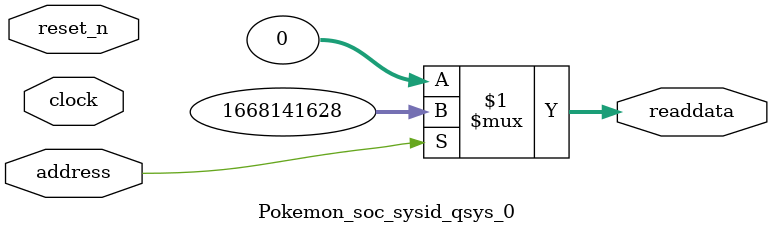
<source format=v>



// synthesis translate_off
`timescale 1ns / 1ps
// synthesis translate_on

// turn off superfluous verilog processor warnings 
// altera message_level Level1 
// altera message_off 10034 10035 10036 10037 10230 10240 10030 

module Pokemon_soc_sysid_qsys_0 (
               // inputs:
                address,
                clock,
                reset_n,

               // outputs:
                readdata
             )
;

  output  [ 31: 0] readdata;
  input            address;
  input            clock;
  input            reset_n;

  wire    [ 31: 0] readdata;
  //control_slave, which is an e_avalon_slave
  assign readdata = address ? 1668141628 : 0;

endmodule



</source>
